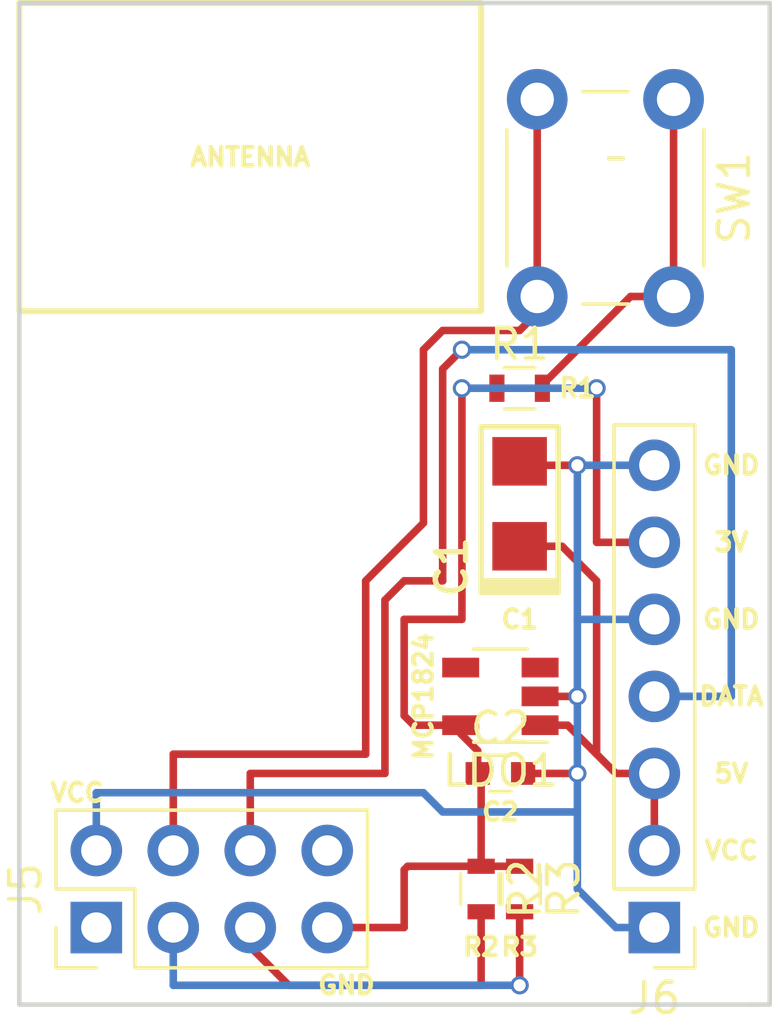
<source format=kicad_pcb>
(kicad_pcb (version 4) (host pcbnew 4.0.6)

  (general
    (links 22)
    (no_connects 0)
    (area 11.935 164.999999 38.688334 198.985)
    (thickness 1.6)
    (drawings 29)
    (tracks 84)
    (zones 0)
    (modules 9)
    (nets 13)
  )

  (page A4)
  (layers
    (0 F.Cu signal)
    (31 B.Cu signal)
    (32 B.Adhes user hide)
    (33 F.Adhes user hide)
    (34 B.Paste user)
    (35 F.Paste user)
    (36 B.SilkS user)
    (37 F.SilkS user)
    (38 B.Mask user)
    (39 F.Mask user)
    (40 Dwgs.User user)
    (41 Cmts.User user hide)
    (42 Eco1.User user hide)
    (43 Eco2.User user hide)
    (44 Edge.Cuts user)
    (45 Margin user hide)
    (46 B.CrtYd user)
    (47 F.CrtYd user)
    (48 B.Fab user hide)
    (49 F.Fab user hide)
  )

  (setup
    (last_trace_width 0.25)
    (trace_clearance 0.2)
    (zone_clearance 0.508)
    (zone_45_only yes)
    (trace_min 0.2)
    (segment_width 0.2)
    (edge_width 0.15)
    (via_size 0.6)
    (via_drill 0.4)
    (via_min_size 0.4)
    (via_min_drill 0.3)
    (uvia_size 0.3)
    (uvia_drill 0.1)
    (uvias_allowed no)
    (uvia_min_size 0.2)
    (uvia_min_drill 0.1)
    (pcb_text_width 0.3)
    (pcb_text_size 1.5 1.5)
    (mod_edge_width 0.15)
    (mod_text_size 1 1)
    (mod_text_width 0.15)
    (pad_size 1.524 1.524)
    (pad_drill 0.762)
    (pad_to_mask_clearance 0.2)
    (aux_axis_origin 31.115 196.215)
    (visible_elements 7FFFFF7F)
    (pcbplotparams
      (layerselection 0x0d1fc_80000001)
      (usegerberextensions true)
      (excludeedgelayer true)
      (linewidth 0.100000)
      (plotframeref false)
      (viasonmask false)
      (mode 1)
      (useauxorigin false)
      (hpglpennumber 1)
      (hpglpenspeed 20)
      (hpglpendiameter 15)
      (hpglpenoverlay 2)
      (psnegative false)
      (psa4output false)
      (plotreference true)
      (plotvalue true)
      (plotinvisibletext false)
      (padsonsilk false)
      (subtractmaskfromsilk false)
      (outputformat 1)
      (mirror false)
      (drillshape 0)
      (scaleselection 1)
      (outputdirectory Gerber/))
  )

  (net 0 "")
  (net 1 "Net-(C1-Pad1)")
  (net 2 "Net-(C1-Pad2)")
  (net 3 "Net-(C2-Pad1)")
  (net 4 "Net-(J5-Pad1)")
  (net 5 "Net-(J5-Pad3)")
  (net 6 "Net-(J5-Pad5)")
  (net 7 "Net-(J5-Pad8)")
  (net 8 "Net-(LDO1-Pad3)")
  (net 9 "Net-(LDO1-Pad4)")
  (net 10 "Net-(J5-Pad4)")
  (net 11 "Net-(R1-Pad2)")
  (net 12 "Net-(J5-Pad6)")

  (net_class Default "This is the default net class."
    (clearance 0.2)
    (trace_width 0.25)
    (via_dia 0.6)
    (via_drill 0.4)
    (uvia_dia 0.3)
    (uvia_drill 0.1)
    (add_net "Net-(C1-Pad1)")
    (add_net "Net-(C1-Pad2)")
    (add_net "Net-(C2-Pad1)")
    (add_net "Net-(J5-Pad1)")
    (add_net "Net-(J5-Pad3)")
    (add_net "Net-(J5-Pad4)")
    (add_net "Net-(J5-Pad5)")
    (add_net "Net-(J5-Pad6)")
    (add_net "Net-(J5-Pad8)")
    (add_net "Net-(LDO1-Pad3)")
    (add_net "Net-(LDO1-Pad4)")
    (add_net "Net-(R1-Pad2)")
  )

  (module Pin_Headers:Pin_Header_Straight_1x07_Pitch2.54mm (layer F.Cu) (tedit 59650532) (tstamp 59857AD4)
    (at 33.655 195.58 180)
    (descr "Through hole straight pin header, 1x07, 2.54mm pitch, single row")
    (tags "Through hole pin header THT 1x07 2.54mm single row")
    (path /59857F20)
    (fp_text reference J6 (at 0 -2.33 180) (layer F.SilkS)
      (effects (font (size 1 1) (thickness 0.15)))
    )
    (fp_text value CONN_01X07 (at 0 17.57 180) (layer F.Fab)
      (effects (font (size 1 1) (thickness 0.15)))
    )
    (fp_line (start -0.635 -1.27) (end 1.27 -1.27) (layer F.Fab) (width 0.1))
    (fp_line (start 1.27 -1.27) (end 1.27 16.51) (layer F.Fab) (width 0.1))
    (fp_line (start 1.27 16.51) (end -1.27 16.51) (layer F.Fab) (width 0.1))
    (fp_line (start -1.27 16.51) (end -1.27 -0.635) (layer F.Fab) (width 0.1))
    (fp_line (start -1.27 -0.635) (end -0.635 -1.27) (layer F.Fab) (width 0.1))
    (fp_line (start -1.33 16.57) (end 1.33 16.57) (layer F.SilkS) (width 0.12))
    (fp_line (start -1.33 1.27) (end -1.33 16.57) (layer F.SilkS) (width 0.12))
    (fp_line (start 1.33 1.27) (end 1.33 16.57) (layer F.SilkS) (width 0.12))
    (fp_line (start -1.33 1.27) (end 1.33 1.27) (layer F.SilkS) (width 0.12))
    (fp_line (start -1.33 0) (end -1.33 -1.33) (layer F.SilkS) (width 0.12))
    (fp_line (start -1.33 -1.33) (end 0 -1.33) (layer F.SilkS) (width 0.12))
    (fp_line (start -1.8 -1.8) (end -1.8 17.05) (layer F.CrtYd) (width 0.05))
    (fp_line (start -1.8 17.05) (end 1.8 17.05) (layer F.CrtYd) (width 0.05))
    (fp_line (start 1.8 17.05) (end 1.8 -1.8) (layer F.CrtYd) (width 0.05))
    (fp_line (start 1.8 -1.8) (end -1.8 -1.8) (layer F.CrtYd) (width 0.05))
    (fp_text user %R (at 0 7.62 270) (layer F.Fab)
      (effects (font (size 1 1) (thickness 0.15)))
    )
    (pad 1 thru_hole rect (at 0 0 180) (size 1.7 1.7) (drill 1) (layers *.Cu *.Mask)
      (net 2 "Net-(C1-Pad2)"))
    (pad 2 thru_hole oval (at 0 2.54 180) (size 1.7 1.7) (drill 1) (layers *.Cu *.Mask)
      (net 1 "Net-(C1-Pad1)"))
    (pad 3 thru_hole oval (at 0 5.08 180) (size 1.7 1.7) (drill 1) (layers *.Cu *.Mask)
      (net 1 "Net-(C1-Pad1)"))
    (pad 4 thru_hole oval (at 0 7.62 180) (size 1.7 1.7) (drill 1) (layers *.Cu *.Mask)
      (net 12 "Net-(J5-Pad6)"))
    (pad 5 thru_hole oval (at 0 10.16 180) (size 1.7 1.7) (drill 1) (layers *.Cu *.Mask)
      (net 2 "Net-(C1-Pad2)"))
    (pad 6 thru_hole oval (at 0 12.7 180) (size 1.7 1.7) (drill 1) (layers *.Cu *.Mask)
      (net 3 "Net-(C2-Pad1)"))
    (pad 7 thru_hole oval (at 0 15.24 180) (size 1.7 1.7) (drill 1) (layers *.Cu *.Mask)
      (net 2 "Net-(C1-Pad2)"))
    (model ${KISYS3DMOD}/Pin_Headers.3dshapes/Pin_Header_Straight_1x07_Pitch2.54mm.wrl
      (at (xyz 0 0 0))
      (scale (xyz 1 1 1))
      (rotate (xyz 0 0 0))
    )
  )

  (module smt:CPL-1206-NumPads (layer F.Cu) (tedit 5982D37A) (tstamp 5982DB7D)
    (at 29.21 181.61 90)
    (descr "1206 (3216 metric)")
    (tags "smt 1206")
    (path /597E0436)
    (fp_text reference C1 (at -3.175 -1.651 90) (layer F.SilkS)
      (effects (font (size 1 1) (thickness 0.18)) (justify left bottom))
    )
    (fp_text value 10uF (at 0 2.413 90) (layer F.SilkS) hide
      (effects (font (size 1 1) (thickness 0.18)))
    )
    (fp_line (start -1.524 -0.762) (end 1.524 -0.762) (layer Dwgs.User) (width 0.05))
    (fp_line (start 1.524 -0.762) (end 1.524 0.762) (layer Dwgs.User) (width 0.05))
    (fp_line (start -2.54 -1.27) (end 2.54 -1.27) (layer F.CrtYd) (width 0.05))
    (fp_line (start 2.54 -1.27) (end 2.54 1.27) (layer F.CrtYd) (width 0.05))
    (fp_line (start 2.54 1.27) (end -2.54 1.27) (layer F.CrtYd) (width 0.05))
    (fp_line (start -2.54 1.27) (end -2.54 -1.27) (layer F.CrtYd) (width 0.05))
    (fp_line (start -2.921 1.27) (end 2.54 1.27) (layer F.SilkS) (width 0.18))
    (fp_line (start 2.54 1.27) (end 2.54 -1.27) (layer F.SilkS) (width 0.18))
    (fp_line (start 2.54 -1.27) (end -2.921 -1.27) (layer F.SilkS) (width 0.18))
    (fp_line (start -2.54 -1.27) (end -2.54 1.27) (layer F.SilkS) (width 0.18))
    (fp_line (start -2.667 -1.27) (end -2.667 1.27) (layer F.SilkS) (width 0.18))
    (fp_line (start -2.794 -1.27) (end -2.794 1.27) (layer F.SilkS) (width 0.18))
    (fp_line (start -2.921 -1.27) (end -2.921 1.27) (layer F.SilkS) (width 0.18))
    (fp_line (start -1.524 0.762) (end 1.524 0.762) (layer Dwgs.User) (width 0.05))
    (fp_line (start -1.524 -0.762) (end -1.524 0.762) (layer Dwgs.User) (width 0.05))
    (pad 1 smd rect (at -1.4 0 90) (size 1.6 1.8) (layers F.Cu F.Paste F.Mask)
      (net 1 "Net-(C1-Pad1)"))
    (pad 2 smd rect (at 1.4 0 90) (size 1.6 1.8) (layers F.Cu F.Paste F.Mask)
      (net 2 "Net-(C1-Pad2)"))
    (model smt.pretty/CPL-1206.wrl
      (at (xyz 0 0 0))
      (scale (xyz 1 1 1))
      (rotate (xyz 0 0 0))
    )
  )

  (module Capacitors_SMD:C_0603 (layer F.Cu) (tedit 58AA844E) (tstamp 5982DB8E)
    (at 28.575 190.5)
    (descr "Capacitor SMD 0603, reflow soldering, AVX (see smccp.pdf)")
    (tags "capacitor 0603")
    (path /597DEB38)
    (attr smd)
    (fp_text reference C2 (at 0 -1.5) (layer F.SilkS)
      (effects (font (size 1 1) (thickness 0.15)))
    )
    (fp_text value 100nF (at 0 1.5) (layer F.Fab)
      (effects (font (size 1 1) (thickness 0.15)))
    )
    (fp_text user %R (at 0 -1.5) (layer F.Fab)
      (effects (font (size 1 1) (thickness 0.15)))
    )
    (fp_line (start -0.8 0.4) (end -0.8 -0.4) (layer F.Fab) (width 0.1))
    (fp_line (start 0.8 0.4) (end -0.8 0.4) (layer F.Fab) (width 0.1))
    (fp_line (start 0.8 -0.4) (end 0.8 0.4) (layer F.Fab) (width 0.1))
    (fp_line (start -0.8 -0.4) (end 0.8 -0.4) (layer F.Fab) (width 0.1))
    (fp_line (start -0.35 -0.6) (end 0.35 -0.6) (layer F.SilkS) (width 0.12))
    (fp_line (start 0.35 0.6) (end -0.35 0.6) (layer F.SilkS) (width 0.12))
    (fp_line (start -1.4 -0.65) (end 1.4 -0.65) (layer F.CrtYd) (width 0.05))
    (fp_line (start -1.4 -0.65) (end -1.4 0.65) (layer F.CrtYd) (width 0.05))
    (fp_line (start 1.4 0.65) (end 1.4 -0.65) (layer F.CrtYd) (width 0.05))
    (fp_line (start 1.4 0.65) (end -1.4 0.65) (layer F.CrtYd) (width 0.05))
    (pad 1 smd rect (at -0.75 0) (size 0.8 0.75) (layers F.Cu F.Paste F.Mask)
      (net 3 "Net-(C2-Pad1)"))
    (pad 2 smd rect (at 0.75 0) (size 0.8 0.75) (layers F.Cu F.Paste F.Mask)
      (net 2 "Net-(C1-Pad2)"))
    (model Capacitors_SMD.3dshapes/C_0603.wrl
      (at (xyz 0 0 0))
      (scale (xyz 1 1 1))
      (rotate (xyz 0 0 0))
    )
  )

  (module Pin_Headers:Pin_Header_Straight_2x04_Pitch2.54mm (layer F.Cu) (tedit 59650532) (tstamp 5982DC05)
    (at 15.24 195.58 90)
    (descr "Through hole straight pin header, 2x04, 2.54mm pitch, double rows")
    (tags "Through hole pin header THT 2x04 2.54mm double row")
    (path /597DEB07)
    (fp_text reference J5 (at 1.27 -2.33 90) (layer F.SilkS)
      (effects (font (size 1 1) (thickness 0.15)))
    )
    (fp_text value ESP8266 (at 1.27 9.95 90) (layer F.Fab)
      (effects (font (size 1 1) (thickness 0.15)))
    )
    (fp_line (start 0 -1.27) (end 3.81 -1.27) (layer F.Fab) (width 0.1))
    (fp_line (start 3.81 -1.27) (end 3.81 8.89) (layer F.Fab) (width 0.1))
    (fp_line (start 3.81 8.89) (end -1.27 8.89) (layer F.Fab) (width 0.1))
    (fp_line (start -1.27 8.89) (end -1.27 0) (layer F.Fab) (width 0.1))
    (fp_line (start -1.27 0) (end 0 -1.27) (layer F.Fab) (width 0.1))
    (fp_line (start -1.33 8.95) (end 3.87 8.95) (layer F.SilkS) (width 0.12))
    (fp_line (start -1.33 1.27) (end -1.33 8.95) (layer F.SilkS) (width 0.12))
    (fp_line (start 3.87 -1.33) (end 3.87 8.95) (layer F.SilkS) (width 0.12))
    (fp_line (start -1.33 1.27) (end 1.27 1.27) (layer F.SilkS) (width 0.12))
    (fp_line (start 1.27 1.27) (end 1.27 -1.33) (layer F.SilkS) (width 0.12))
    (fp_line (start 1.27 -1.33) (end 3.87 -1.33) (layer F.SilkS) (width 0.12))
    (fp_line (start -1.33 0) (end -1.33 -1.33) (layer F.SilkS) (width 0.12))
    (fp_line (start -1.33 -1.33) (end 0 -1.33) (layer F.SilkS) (width 0.12))
    (fp_line (start -1.8 -1.8) (end -1.8 9.4) (layer F.CrtYd) (width 0.05))
    (fp_line (start -1.8 9.4) (end 4.35 9.4) (layer F.CrtYd) (width 0.05))
    (fp_line (start 4.35 9.4) (end 4.35 -1.8) (layer F.CrtYd) (width 0.05))
    (fp_line (start 4.35 -1.8) (end -1.8 -1.8) (layer F.CrtYd) (width 0.05))
    (fp_text user %R (at 1.27 3.81 180) (layer F.Fab)
      (effects (font (size 1 1) (thickness 0.15)))
    )
    (pad 1 thru_hole rect (at 0 0 90) (size 1.7 1.7) (drill 1) (layers *.Cu *.Mask)
      (net 4 "Net-(J5-Pad1)"))
    (pad 2 thru_hole oval (at 2.54 0 90) (size 1.7 1.7) (drill 1) (layers *.Cu *.Mask)
      (net 2 "Net-(C1-Pad2)"))
    (pad 3 thru_hole oval (at 0 2.54 90) (size 1.7 1.7) (drill 1) (layers *.Cu *.Mask)
      (net 5 "Net-(J5-Pad3)"))
    (pad 4 thru_hole oval (at 2.54 2.54 90) (size 1.7 1.7) (drill 1) (layers *.Cu *.Mask)
      (net 10 "Net-(J5-Pad4)"))
    (pad 5 thru_hole oval (at 0 5.08 90) (size 1.7 1.7) (drill 1) (layers *.Cu *.Mask)
      (net 6 "Net-(J5-Pad5)"))
    (pad 6 thru_hole oval (at 2.54 5.08 90) (size 1.7 1.7) (drill 1) (layers *.Cu *.Mask)
      (net 12 "Net-(J5-Pad6)"))
    (pad 7 thru_hole oval (at 0 7.62 90) (size 1.7 1.7) (drill 1) (layers *.Cu *.Mask)
      (net 3 "Net-(C2-Pad1)"))
    (pad 8 thru_hole oval (at 2.54 7.62 90) (size 1.7 1.7) (drill 1) (layers *.Cu *.Mask)
      (net 7 "Net-(J5-Pad8)"))
    (model ${KISYS3DMOD}/Pin_Headers.3dshapes/Pin_Header_Straight_2x04_Pitch2.54mm.wrl
      (at (xyz 0 0 0))
      (scale (xyz 1 1 1))
      (rotate (xyz 0 0 0))
    )
  )

  (module TO_SOT_Packages_SMD:TSOT-23-5 (layer F.Cu) (tedit 58CE4E80) (tstamp 5982DC1A)
    (at 28.575 187.96 180)
    (descr "5-pin TSOT23 package, http://cds.linear.com/docs/en/packaging/SOT_5_05-08-1635.pdf")
    (tags TSOT-23-5)
    (path /597DFEEC)
    (attr smd)
    (fp_text reference LDO1 (at 0 -2.45 180) (layer F.SilkS)
      (effects (font (size 1 1) (thickness 0.15)))
    )
    (fp_text value MCP1824 (at 0 2.5 180) (layer F.Fab)
      (effects (font (size 1 1) (thickness 0.15)))
    )
    (fp_text user %R (at 0 0 270) (layer F.Fab)
      (effects (font (size 0.5 0.5) (thickness 0.075)))
    )
    (fp_line (start -0.88 1.56) (end 0.88 1.56) (layer F.SilkS) (width 0.12))
    (fp_line (start 0.88 -1.51) (end -1.55 -1.51) (layer F.SilkS) (width 0.12))
    (fp_line (start -0.88 -1) (end -0.43 -1.45) (layer F.Fab) (width 0.1))
    (fp_line (start 0.88 -1.45) (end -0.43 -1.45) (layer F.Fab) (width 0.1))
    (fp_line (start -0.88 -1) (end -0.88 1.45) (layer F.Fab) (width 0.1))
    (fp_line (start 0.88 1.45) (end -0.88 1.45) (layer F.Fab) (width 0.1))
    (fp_line (start 0.88 -1.45) (end 0.88 1.45) (layer F.Fab) (width 0.1))
    (fp_line (start -2.17 -1.7) (end 2.17 -1.7) (layer F.CrtYd) (width 0.05))
    (fp_line (start -2.17 -1.7) (end -2.17 1.7) (layer F.CrtYd) (width 0.05))
    (fp_line (start 2.17 1.7) (end 2.17 -1.7) (layer F.CrtYd) (width 0.05))
    (fp_line (start 2.17 1.7) (end -2.17 1.7) (layer F.CrtYd) (width 0.05))
    (pad 1 smd rect (at -1.31 -0.95 180) (size 1.22 0.65) (layers F.Cu F.Paste F.Mask)
      (net 1 "Net-(C1-Pad1)"))
    (pad 2 smd rect (at -1.31 0 180) (size 1.22 0.65) (layers F.Cu F.Paste F.Mask)
      (net 2 "Net-(C1-Pad2)"))
    (pad 3 smd rect (at -1.31 0.95 180) (size 1.22 0.65) (layers F.Cu F.Paste F.Mask)
      (net 8 "Net-(LDO1-Pad3)"))
    (pad 4 smd rect (at 1.31 0.95 180) (size 1.22 0.65) (layers F.Cu F.Paste F.Mask)
      (net 9 "Net-(LDO1-Pad4)"))
    (pad 5 smd rect (at 1.31 -0.95 180) (size 1.22 0.65) (layers F.Cu F.Paste F.Mask)
      (net 3 "Net-(C2-Pad1)"))
    (model ${KISYS3DMOD}/TO_SOT_Packages_SMD.3dshapes/TSOT-23-5.wrl
      (at (xyz 0 0 0))
      (scale (xyz 1 1 1))
      (rotate (xyz 0 0 0))
    )
  )

  (module Resistors_SMD:R_0603 (layer F.Cu) (tedit 58E0A804) (tstamp 5982DC2B)
    (at 29.21 177.8)
    (descr "Resistor SMD 0603, reflow soldering, Vishay (see dcrcw.pdf)")
    (tags "resistor 0603")
    (path /597DEC96)
    (attr smd)
    (fp_text reference R1 (at 0 -1.45) (layer F.SilkS)
      (effects (font (size 1 1) (thickness 0.15)))
    )
    (fp_text value 10k (at 0 1.5) (layer F.Fab)
      (effects (font (size 1 1) (thickness 0.15)))
    )
    (fp_text user %R (at 0 0) (layer F.Fab)
      (effects (font (size 0.4 0.4) (thickness 0.075)))
    )
    (fp_line (start -0.8 0.4) (end -0.8 -0.4) (layer F.Fab) (width 0.1))
    (fp_line (start 0.8 0.4) (end -0.8 0.4) (layer F.Fab) (width 0.1))
    (fp_line (start 0.8 -0.4) (end 0.8 0.4) (layer F.Fab) (width 0.1))
    (fp_line (start -0.8 -0.4) (end 0.8 -0.4) (layer F.Fab) (width 0.1))
    (fp_line (start 0.5 0.68) (end -0.5 0.68) (layer F.SilkS) (width 0.12))
    (fp_line (start -0.5 -0.68) (end 0.5 -0.68) (layer F.SilkS) (width 0.12))
    (fp_line (start -1.25 -0.7) (end 1.25 -0.7) (layer F.CrtYd) (width 0.05))
    (fp_line (start -1.25 -0.7) (end -1.25 0.7) (layer F.CrtYd) (width 0.05))
    (fp_line (start 1.25 0.7) (end 1.25 -0.7) (layer F.CrtYd) (width 0.05))
    (fp_line (start 1.25 0.7) (end -1.25 0.7) (layer F.CrtYd) (width 0.05))
    (pad 1 smd rect (at -0.75 0) (size 0.5 0.9) (layers F.Cu F.Paste F.Mask)
      (net 3 "Net-(C2-Pad1)"))
    (pad 2 smd rect (at 0.75 0) (size 0.5 0.9) (layers F.Cu F.Paste F.Mask)
      (net 11 "Net-(R1-Pad2)"))
    (model ${KISYS3DMOD}/Resistors_SMD.3dshapes/R_0603.wrl
      (at (xyz 0 0 0))
      (scale (xyz 1 1 1))
      (rotate (xyz 0 0 0))
    )
  )

  (module Resistors_SMD:R_0603 (layer F.Cu) (tedit 58E0A804) (tstamp 5982DC3C)
    (at 27.94 194.31 270)
    (descr "Resistor SMD 0603, reflow soldering, Vishay (see dcrcw.pdf)")
    (tags "resistor 0603")
    (path /597DECCF)
    (attr smd)
    (fp_text reference R2 (at 0 -1.45 270) (layer F.SilkS)
      (effects (font (size 1 1) (thickness 0.15)))
    )
    (fp_text value 10k (at 0 1.5 270) (layer F.Fab)
      (effects (font (size 1 1) (thickness 0.15)))
    )
    (fp_text user %R (at 0 0 270) (layer F.Fab)
      (effects (font (size 0.4 0.4) (thickness 0.075)))
    )
    (fp_line (start -0.8 0.4) (end -0.8 -0.4) (layer F.Fab) (width 0.1))
    (fp_line (start 0.8 0.4) (end -0.8 0.4) (layer F.Fab) (width 0.1))
    (fp_line (start 0.8 -0.4) (end 0.8 0.4) (layer F.Fab) (width 0.1))
    (fp_line (start -0.8 -0.4) (end 0.8 -0.4) (layer F.Fab) (width 0.1))
    (fp_line (start 0.5 0.68) (end -0.5 0.68) (layer F.SilkS) (width 0.12))
    (fp_line (start -0.5 -0.68) (end 0.5 -0.68) (layer F.SilkS) (width 0.12))
    (fp_line (start -1.25 -0.7) (end 1.25 -0.7) (layer F.CrtYd) (width 0.05))
    (fp_line (start -1.25 -0.7) (end -1.25 0.7) (layer F.CrtYd) (width 0.05))
    (fp_line (start 1.25 0.7) (end 1.25 -0.7) (layer F.CrtYd) (width 0.05))
    (fp_line (start 1.25 0.7) (end -1.25 0.7) (layer F.CrtYd) (width 0.05))
    (pad 1 smd rect (at -0.75 0 270) (size 0.5 0.9) (layers F.Cu F.Paste F.Mask)
      (net 3 "Net-(C2-Pad1)"))
    (pad 2 smd rect (at 0.75 0 270) (size 0.5 0.9) (layers F.Cu F.Paste F.Mask)
      (net 6 "Net-(J5-Pad5)"))
    (model ${KISYS3DMOD}/Resistors_SMD.3dshapes/R_0603.wrl
      (at (xyz 0 0 0))
      (scale (xyz 1 1 1))
      (rotate (xyz 0 0 0))
    )
  )

  (module Resistors_SMD:R_0603 (layer F.Cu) (tedit 58E0A804) (tstamp 5982DC4D)
    (at 29.21 194.31 270)
    (descr "Resistor SMD 0603, reflow soldering, Vishay (see dcrcw.pdf)")
    (tags "resistor 0603")
    (path /597DECF6)
    (attr smd)
    (fp_text reference R3 (at 0 -1.45 270) (layer F.SilkS)
      (effects (font (size 1 1) (thickness 0.15)))
    )
    (fp_text value 10k (at 0 1.5 270) (layer F.Fab)
      (effects (font (size 1 1) (thickness 0.15)))
    )
    (fp_text user %R (at 0 0 270) (layer F.Fab)
      (effects (font (size 0.4 0.4) (thickness 0.075)))
    )
    (fp_line (start -0.8 0.4) (end -0.8 -0.4) (layer F.Fab) (width 0.1))
    (fp_line (start 0.8 0.4) (end -0.8 0.4) (layer F.Fab) (width 0.1))
    (fp_line (start 0.8 -0.4) (end 0.8 0.4) (layer F.Fab) (width 0.1))
    (fp_line (start -0.8 -0.4) (end 0.8 -0.4) (layer F.Fab) (width 0.1))
    (fp_line (start 0.5 0.68) (end -0.5 0.68) (layer F.SilkS) (width 0.12))
    (fp_line (start -0.5 -0.68) (end 0.5 -0.68) (layer F.SilkS) (width 0.12))
    (fp_line (start -1.25 -0.7) (end 1.25 -0.7) (layer F.CrtYd) (width 0.05))
    (fp_line (start -1.25 -0.7) (end -1.25 0.7) (layer F.CrtYd) (width 0.05))
    (fp_line (start 1.25 0.7) (end 1.25 -0.7) (layer F.CrtYd) (width 0.05))
    (fp_line (start 1.25 0.7) (end -1.25 0.7) (layer F.CrtYd) (width 0.05))
    (pad 1 smd rect (at -0.75 0 270) (size 0.5 0.9) (layers F.Cu F.Paste F.Mask)
      (net 3 "Net-(C2-Pad1)"))
    (pad 2 smd rect (at 0.75 0 270) (size 0.5 0.9) (layers F.Cu F.Paste F.Mask)
      (net 5 "Net-(J5-Pad3)"))
    (model ${KISYS3DMOD}/Resistors_SMD.3dshapes/R_0603.wrl
      (at (xyz 0 0 0))
      (scale (xyz 1 1 1))
      (rotate (xyz 0 0 0))
    )
  )

  (module Buttons_Switches_THT:SW_PUSH_6mm_h4.3mm (layer F.Cu) (tedit 5923F252) (tstamp 598576A8)
    (at 34.29 168.275 270)
    (descr "tactile push button, 6x6mm e.g. PHAP33xx series, height=4.3mm")
    (tags "tact sw push 6mm")
    (path /59857C39)
    (fp_text reference SW1 (at 3.25 -2 270) (layer F.SilkS)
      (effects (font (size 1 1) (thickness 0.15)))
    )
    (fp_text value BTN (at 3.75 6.7 270) (layer F.Fab)
      (effects (font (size 1 1) (thickness 0.15)))
    )
    (fp_text user %R (at 3.25 2.25 270) (layer F.Fab)
      (effects (font (size 1 1) (thickness 0.15)))
    )
    (fp_line (start 3.25 -0.75) (end 6.25 -0.75) (layer F.Fab) (width 0.1))
    (fp_line (start 6.25 -0.75) (end 6.25 5.25) (layer F.Fab) (width 0.1))
    (fp_line (start 6.25 5.25) (end 0.25 5.25) (layer F.Fab) (width 0.1))
    (fp_line (start 0.25 5.25) (end 0.25 -0.75) (layer F.Fab) (width 0.1))
    (fp_line (start 0.25 -0.75) (end 3.25 -0.75) (layer F.Fab) (width 0.1))
    (fp_line (start 7.75 6) (end 8 6) (layer F.CrtYd) (width 0.05))
    (fp_line (start 8 6) (end 8 5.75) (layer F.CrtYd) (width 0.05))
    (fp_line (start 7.75 -1.5) (end 8 -1.5) (layer F.CrtYd) (width 0.05))
    (fp_line (start 8 -1.5) (end 8 -1.25) (layer F.CrtYd) (width 0.05))
    (fp_line (start -1.5 -1.25) (end -1.5 -1.5) (layer F.CrtYd) (width 0.05))
    (fp_line (start -1.5 -1.5) (end -1.25 -1.5) (layer F.CrtYd) (width 0.05))
    (fp_line (start -1.5 5.75) (end -1.5 6) (layer F.CrtYd) (width 0.05))
    (fp_line (start -1.5 6) (end -1.25 6) (layer F.CrtYd) (width 0.05))
    (fp_line (start -1.25 -1.5) (end 7.75 -1.5) (layer F.CrtYd) (width 0.05))
    (fp_line (start -1.5 5.75) (end -1.5 -1.25) (layer F.CrtYd) (width 0.05))
    (fp_line (start 7.75 6) (end -1.25 6) (layer F.CrtYd) (width 0.05))
    (fp_line (start 8 -1.25) (end 8 5.75) (layer F.CrtYd) (width 0.05))
    (fp_line (start 1 5.5) (end 5.5 5.5) (layer F.SilkS) (width 0.12))
    (fp_line (start -0.25 1.5) (end -0.25 3) (layer F.SilkS) (width 0.12))
    (fp_line (start 5.5 -1) (end 1 -1) (layer F.SilkS) (width 0.12))
    (fp_line (start 6.75 3) (end 6.75 1.5) (layer F.SilkS) (width 0.12))
    (fp_circle (center 3.25 2.25) (end 1.25 2.5) (layer F.Fab) (width 0.1))
    (pad 2 thru_hole circle (at 0 4.5) (size 2 2) (drill 1.1) (layers *.Cu *.Mask)
      (net 10 "Net-(J5-Pad4)"))
    (pad 1 thru_hole circle (at 0 0) (size 2 2) (drill 1.1) (layers *.Cu *.Mask)
      (net 11 "Net-(R1-Pad2)"))
    (pad 2 thru_hole circle (at 6.5 4.5) (size 2 2) (drill 1.1) (layers *.Cu *.Mask)
      (net 10 "Net-(J5-Pad4)"))
    (pad 1 thru_hole circle (at 6.5 0) (size 2 2) (drill 1.1) (layers *.Cu *.Mask)
      (net 11 "Net-(R1-Pad2)"))
    (model ${KISYS3DMOD}/Buttons_Switches_THT.3dshapes/SW_PUSH_6mm_h4.3mm.wrl
      (at (xyz 0.005 0 0))
      (scale (xyz 0.3937 0.3937 0.3937))
      (rotate (xyz 0 0 0))
    )
  )

  (gr_line (start 27.94 175.26) (end 12.7 175.26) (angle 90) (layer F.SilkS) (width 0.2))
  (gr_line (start 27.94 165.1) (end 27.94 175.26) (angle 90) (layer F.SilkS) (width 0.2))
  (gr_line (start 12.7 165.1) (end 27.94 165.1) (angle 90) (layer F.SilkS) (width 0.2))
  (gr_line (start 12.7 175.26) (end 12.7 165.1) (angle 90) (layer F.SilkS) (width 0.2))
  (gr_text ANTENNA (at 20.32 170.18) (layer F.SilkS)
    (effects (font (size 0.6 0.6) (thickness 0.15)))
  )
  (gr_line (start 36.83 198.12) (end 37.465 198.12) (angle 90) (layer Edge.Cuts) (width 0.15))
  (gr_line (start 36.83 165.1) (end 37.465 165.1) (angle 90) (layer Edge.Cuts) (width 0.15))
  (gr_text DATA (at 36.195 187.96) (layer F.SilkS)
    (effects (font (size 0.6 0.6) (thickness 0.15)))
  )
  (gr_text 3V (at 36.195 182.88) (layer F.SilkS)
    (effects (font (size 0.6 0.6) (thickness 0.15)))
  )
  (gr_text GND (at 36.195 180.34) (layer F.SilkS)
    (effects (font (size 0.6 0.6) (thickness 0.15)))
  )
  (gr_text GND (at 36.195 185.42) (layer F.SilkS)
    (effects (font (size 0.6 0.6) (thickness 0.15)))
  )
  (gr_text VCC (at 36.195 193.04) (layer F.SilkS)
    (effects (font (size 0.6 0.6) (thickness 0.15)))
  )
  (gr_text 5V (at 36.195 190.5) (layer F.SilkS)
    (effects (font (size 0.6 0.6) (thickness 0.15)))
  )
  (gr_text GND (at 36.195 195.58) (layer F.SilkS)
    (effects (font (size 0.6 0.6) (thickness 0.15)))
  )
  (gr_line (start 33.02 165.1) (end 36.83 165.1) (angle 90) (layer Edge.Cuts) (width 0.15))
  (gr_line (start 33.02 198.12) (end 36.83 198.12) (angle 90) (layer Edge.Cuts) (width 0.15))
  (gr_text GND (at 23.495 197.485) (layer F.SilkS)
    (effects (font (size 0.6 0.6) (thickness 0.15)))
  )
  (gr_text "VCC\n" (at 14.605 191.135) (layer F.SilkS)
    (effects (font (size 0.6 0.6) (thickness 0.15)))
  )
  (gr_text MCP1824 (at 26.035 187.96 90) (layer F.SilkS)
    (effects (font (size 0.6 0.6) (thickness 0.15)))
  )
  (gr_text R1 (at 31.115 177.8) (layer F.SilkS)
    (effects (font (size 0.6 0.6) (thickness 0.15)))
  )
  (gr_text R2 (at 27.94 196.215) (layer F.SilkS)
    (effects (font (size 0.6 0.6) (thickness 0.15)))
  )
  (gr_text R3 (at 29.21 196.215) (layer F.SilkS)
    (effects (font (size 0.6 0.6) (thickness 0.15)))
  )
  (gr_text C2 (at 28.575 191.77) (layer F.SilkS)
    (effects (font (size 0.6 0.6) (thickness 0.15)))
  )
  (gr_text C1 (at 29.21 185.42) (layer F.SilkS)
    (effects (font (size 0.6 0.6) (thickness 0.15)))
  )
  (gr_text - (at 32.385 170.18) (layer F.SilkS)
    (effects (font (size 0.6 0.6) (thickness 0.15)))
  )
  (gr_line (start 33.02 198.12) (end 12.7 198.12) (angle 90) (layer Edge.Cuts) (width 0.15))
  (gr_line (start 37.465 165.1) (end 37.465 198.12) (angle 90) (layer Edge.Cuts) (width 0.15))
  (gr_line (start 12.7 165.1) (end 33.02 165.1) (angle 90) (layer Edge.Cuts) (width 0.15))
  (gr_line (start 12.7 198.12) (end 12.7 165.1) (angle 90) (layer Edge.Cuts) (width 0.15))

  (segment (start 31.75 189.865) (end 32.385 190.5) (width 0.25) (layer F.Cu) (net 1))
  (segment (start 32.385 190.5) (end 33.655 190.5) (width 0.25) (layer F.Cu) (net 1) (tstamp 598582DA))
  (segment (start 33.655 190.5) (end 33.655 193.04) (width 0.25) (layer F.Cu) (net 1))
  (segment (start 29.21 183.01) (end 30.61 183.01) (width 0.25) (layer F.Cu) (net 1))
  (segment (start 31.75 184.15) (end 31.75 189.865) (width 0.25) (layer F.Cu) (net 1) (tstamp 598581E5))
  (segment (start 30.61 183.01) (end 31.75 184.15) (width 0.25) (layer F.Cu) (net 1) (tstamp 598581DD))
  (segment (start 29.885 188.91) (end 30.795 188.91) (width 0.25) (layer F.Cu) (net 1))
  (segment (start 30.795 188.91) (end 31.75 189.865) (width 0.25) (layer F.Cu) (net 1) (tstamp 59857F09))
  (segment (start 31.115 191.77) (end 31.115 194.31) (width 0.25) (layer B.Cu) (net 2))
  (segment (start 32.385 195.58) (end 33.655 195.58) (width 0.25) (layer B.Cu) (net 2) (tstamp 598582E9))
  (segment (start 31.115 194.31) (end 32.385 195.58) (width 0.25) (layer B.Cu) (net 2) (tstamp 598582E8))
  (segment (start 31.115 185.42) (end 33.655 185.42) (width 0.25) (layer B.Cu) (net 2))
  (segment (start 31.115 180.34) (end 33.655 180.34) (width 0.25) (layer B.Cu) (net 2))
  (segment (start 15.24 193.04) (end 15.24 191.135) (width 0.25) (layer B.Cu) (net 2))
  (segment (start 26.67 191.77) (end 31.115 191.77) (width 0.25) (layer B.Cu) (net 2) (tstamp 59858086))
  (segment (start 26.035 191.135) (end 26.67 191.77) (width 0.25) (layer B.Cu) (net 2) (tstamp 59858084))
  (segment (start 15.24 191.135) (end 26.035 191.135) (width 0.25) (layer B.Cu) (net 2) (tstamp 59858080))
  (segment (start 31.115 187.96) (end 31.115 185.42) (width 0.25) (layer B.Cu) (net 2))
  (segment (start 31.115 185.42) (end 31.115 180.34) (width 0.25) (layer B.Cu) (net 2) (tstamp 59857FA1))
  (via (at 31.115 180.34) (size 0.6) (drill 0.4) (layers F.Cu B.Cu) (net 2))
  (segment (start 29.325 190.5) (end 31.115 190.5) (width 0.25) (layer F.Cu) (net 2))
  (via (at 31.115 190.5) (size 0.6) (drill 0.4) (layers F.Cu B.Cu) (net 2))
  (via (at 31.115 187.96) (size 0.6) (drill 0.4) (layers F.Cu B.Cu) (net 2))
  (segment (start 31.115 191.77) (end 31.115 190.5) (width 0.25) (layer B.Cu) (net 2) (tstamp 5985808B))
  (segment (start 31.115 190.5) (end 31.115 187.96) (width 0.25) (layer B.Cu) (net 2) (tstamp 59857F61))
  (segment (start 31.115 187.96) (end 29.885 187.96) (width 0.25) (layer F.Cu) (net 2) (tstamp 59857F21))
  (segment (start 31.115 180.34) (end 29.34 180.34) (width 0.25) (layer F.Cu) (net 2) (tstamp 59857F99))
  (segment (start 29.34 180.34) (end 29.21 180.21) (width 0.25) (layer F.Cu) (net 2) (tstamp 59857EA1))
  (segment (start 31.75 182.88) (end 33.655 182.88) (width 0.25) (layer F.Cu) (net 3))
  (via (at 27.305 177.8) (size 0.6) (drill 0.4) (layers F.Cu B.Cu) (net 3))
  (segment (start 31.75 177.8) (end 27.305 177.8) (width 0.25) (layer B.Cu) (net 3) (tstamp 598581BE))
  (via (at 31.75 177.8) (size 0.6) (drill 0.4) (layers F.Cu B.Cu) (net 3))
  (segment (start 31.75 182.88) (end 31.75 177.8) (width 0.25) (layer F.Cu) (net 3) (tstamp 598581B3))
  (segment (start 28.46 177.8) (end 27.305 177.8) (width 0.25) (layer F.Cu) (net 3))
  (segment (start 27.305 177.8) (end 27.305 185.42) (width 0.25) (layer F.Cu) (net 3) (tstamp 59858048))
  (segment (start 22.86 195.58) (end 25.4 195.58) (width 0.25) (layer F.Cu) (net 3))
  (segment (start 25.515 193.56) (end 27.94 193.56) (width 0.25) (layer F.Cu) (net 3) (tstamp 59857FDC))
  (segment (start 25.4 193.675) (end 25.515 193.56) (width 0.25) (layer F.Cu) (net 3) (tstamp 59857FD8))
  (segment (start 25.4 195.58) (end 25.4 193.675) (width 0.25) (layer F.Cu) (net 3) (tstamp 59857FD1))
  (segment (start 25.715 188.91) (end 27.265 188.91) (width 0.25) (layer F.Cu) (net 3) (tstamp 59857F4F))
  (segment (start 25.4 188.595) (end 25.715 188.91) (width 0.25) (layer F.Cu) (net 3) (tstamp 59857F49))
  (segment (start 25.4 185.42) (end 25.4 188.595) (width 0.25) (layer F.Cu) (net 3) (tstamp 59857F45))
  (segment (start 27.305 185.42) (end 25.4 185.42) (width 0.25) (layer F.Cu) (net 3) (tstamp 5985804F))
  (segment (start 27.825 190.5) (end 27.825 189.75) (width 0.25) (layer F.Cu) (net 3))
  (segment (start 27.825 189.75) (end 27.265 189.19) (width 0.25) (layer F.Cu) (net 3) (tstamp 59857F11))
  (segment (start 27.265 189.19) (end 27.265 188.91) (width 0.25) (layer F.Cu) (net 3) (tstamp 59857F12))
  (segment (start 27.94 193.56) (end 27.94 190.615) (width 0.25) (layer F.Cu) (net 3))
  (segment (start 27.94 190.615) (end 27.825 190.5) (width 0.25) (layer F.Cu) (net 3) (tstamp 59857F0E))
  (segment (start 27.94 193.56) (end 29.21 193.56) (width 0.25) (layer F.Cu) (net 3))
  (via (at 29.21 197.485) (size 0.6) (drill 0.4) (layers F.Cu B.Cu) (net 5))
  (segment (start 17.78 197.485) (end 29.21 197.485) (width 0.25) (layer B.Cu) (net 5) (tstamp 5985808D))
  (segment (start 17.78 195.58) (end 17.78 197.485) (width 0.25) (layer B.Cu) (net 5))
  (segment (start 29.21 197.485) (end 29.21 195.06) (width 0.25) (layer F.Cu) (net 5) (tstamp 59858099))
  (segment (start 20.32 195.58) (end 20.32 196.215) (width 0.25) (layer F.Cu) (net 6))
  (segment (start 20.32 196.215) (end 21.59 197.485) (width 0.25) (layer F.Cu) (net 6) (tstamp 5985809D))
  (segment (start 21.59 197.485) (end 27.94 197.485) (width 0.25) (layer F.Cu) (net 6) (tstamp 598580A0))
  (segment (start 27.94 197.485) (end 27.94 195.06) (width 0.25) (layer F.Cu) (net 6) (tstamp 598580A2))
  (segment (start 26.67 175.895) (end 29.21 175.895) (width 0.25) (layer F.Cu) (net 10))
  (segment (start 29.21 175.895) (end 29.79 175.315) (width 0.25) (layer F.Cu) (net 10) (tstamp 5985AED4))
  (segment (start 29.79 175.315) (end 29.79 174.775) (width 0.25) (layer F.Cu) (net 10) (tstamp 5985AED6))
  (segment (start 29.79 174.775) (end 29.79 168.275) (width 0.25) (layer F.Cu) (net 10))
  (segment (start 17.78 193.04) (end 17.78 189.865) (width 0.25) (layer F.Cu) (net 10))
  (segment (start 26.035 176.53) (end 26.67 175.895) (width 0.25) (layer F.Cu) (net 10) (tstamp 5985813C))
  (segment (start 26.035 182.245) (end 26.035 176.53) (width 0.25) (layer F.Cu) (net 10) (tstamp 5985813B))
  (segment (start 25.4 182.88) (end 26.035 182.245) (width 0.25) (layer F.Cu) (net 10) (tstamp 59858138))
  (segment (start 24.13 184.15) (end 25.4 182.88) (width 0.25) (layer F.Cu) (net 10) (tstamp 59858136))
  (segment (start 24.13 189.865) (end 24.13 184.15) (width 0.25) (layer F.Cu) (net 10) (tstamp 59858135))
  (segment (start 17.78 189.865) (end 24.13 189.865) (width 0.25) (layer F.Cu) (net 10) (tstamp 59858132))
  (segment (start 34.29 174.775) (end 34.29 168.275) (width 0.25) (layer F.Cu) (net 11))
  (segment (start 29.96 177.8) (end 29.96 177.685) (width 0.25) (layer F.Cu) (net 11))
  (segment (start 29.96 177.685) (end 32.87 174.775) (width 0.25) (layer F.Cu) (net 11) (tstamp 59858051))
  (segment (start 32.87 174.775) (end 34.29 174.775) (width 0.25) (layer F.Cu) (net 11) (tstamp 59858058))
  (segment (start 36.195 187.96) (end 33.655 187.96) (width 0.25) (layer B.Cu) (net 12))
  (segment (start 34.29 187.96) (end 36.195 187.96) (width 0.25) (layer B.Cu) (net 12))
  (segment (start 20.32 190.5) (end 20.32 193.04) (width 0.25) (layer F.Cu) (net 12))
  (segment (start 36.195 176.53) (end 36.195 187.96) (width 0.25) (layer B.Cu) (net 12) (tstamp 598580EA))
  (segment (start 27.305 176.53) (end 36.195 176.53) (width 0.25) (layer B.Cu) (net 12) (tstamp 598580E9))
  (via (at 27.305 176.53) (size 0.6) (drill 0.4) (layers F.Cu B.Cu) (net 12))
  (segment (start 26.67 177.165) (end 27.305 176.53) (width 0.25) (layer F.Cu) (net 12) (tstamp 598580E4))
  (segment (start 26.67 184.15) (end 26.67 177.165) (width 0.25) (layer F.Cu) (net 12) (tstamp 598580E3))
  (segment (start 25.4 184.15) (end 26.67 184.15) (width 0.25) (layer F.Cu) (net 12) (tstamp 598580E2))
  (segment (start 24.765 184.785) (end 25.4 184.15) (width 0.25) (layer F.Cu) (net 12) (tstamp 598580E0))
  (segment (start 24.765 190.5) (end 24.765 184.785) (width 0.25) (layer F.Cu) (net 12) (tstamp 598580DE))
  (segment (start 20.32 190.5) (end 24.765 190.5) (width 0.25) (layer F.Cu) (net 12) (tstamp 598580DC))

  (zone (net 0) (net_name "") (layer F.Cu) (tstamp 5985AEA8) (hatch edge 0.508)
    (connect_pads (clearance 0.508))
    (min_thickness 0.254)
    (keepout (tracks not_allowed) (vias not_allowed) (copperpour allowed))
    (fill (arc_segments 16) (thermal_gap 0.508) (thermal_bridge_width 0.508))
    (polygon
      (pts
        (xy 27.94 175.26) (xy 12.7 175.26) (xy 12.7 165.1) (xy 27.94 165.1)
      )
    )
  )
)

</source>
